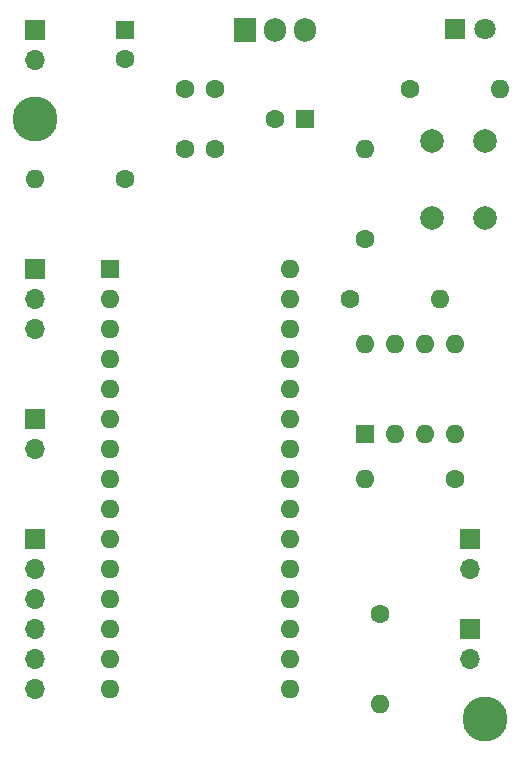
<source format=gts>
%TF.GenerationSoftware,KiCad,Pcbnew,(6.0.9)*%
%TF.CreationDate,2023-06-14T19:11:52+02:00*%
%TF.ProjectId,Shield_NanoEvery_Onboard,53686965-6c64-45f4-9e61-6e6f45766572,rev?*%
%TF.SameCoordinates,Original*%
%TF.FileFunction,Soldermask,Top*%
%TF.FilePolarity,Negative*%
%FSLAX46Y46*%
G04 Gerber Fmt 4.6, Leading zero omitted, Abs format (unit mm)*
G04 Created by KiCad (PCBNEW (6.0.9)) date 2023-06-14 19:11:52*
%MOMM*%
%LPD*%
G01*
G04 APERTURE LIST*
%ADD10R,1.600000X1.600000*%
%ADD11C,1.600000*%
%ADD12R,1.700000X1.700000*%
%ADD13O,1.700000X1.700000*%
%ADD14O,1.600000X1.600000*%
%ADD15C,2.000000*%
%ADD16C,3.800000*%
%ADD17R,1.905000X2.000000*%
%ADD18O,1.905000X2.000000*%
%ADD19R,1.800000X1.800000*%
%ADD20C,1.800000*%
G04 APERTURE END LIST*
D10*
%TO.C,C1*%
X95230000Y-66070000D03*
D11*
X95230000Y-68570000D03*
%TD*%
D12*
%TO.C,J6*%
X124460000Y-109220000D03*
D13*
X124460000Y-111760000D03*
%TD*%
D11*
%TO.C,C4*%
X100310000Y-71120000D03*
X100310000Y-76120000D03*
%TD*%
%TO.C,R3*%
X116840000Y-115570000D03*
D14*
X116840000Y-123190000D03*
%TD*%
D15*
%TO.C,SW1*%
X125710000Y-75490000D03*
X125710000Y-81990000D03*
X121210000Y-75490000D03*
X121210000Y-81990000D03*
%TD*%
D16*
%TO.C,M2*%
X87610000Y-73660000D03*
%TD*%
D11*
%TO.C,R4*%
X123170000Y-104140000D03*
D14*
X115550000Y-104140000D03*
%TD*%
D17*
%TO.C,U1*%
X105390000Y-66070000D03*
D18*
X107930000Y-66070000D03*
X110470000Y-66070000D03*
%TD*%
D11*
%TO.C,R6*%
X95230000Y-78740000D03*
D14*
X87610000Y-78740000D03*
%TD*%
D11*
%TO.C,R2*%
X119360000Y-71120000D03*
D14*
X126980000Y-71120000D03*
%TD*%
D11*
%TO.C,C2*%
X102850000Y-71120000D03*
X102850000Y-76120000D03*
%TD*%
D12*
%TO.C,J3*%
X87610000Y-99060000D03*
D13*
X87610000Y-101600000D03*
%TD*%
D10*
%TO.C,C3*%
X110470000Y-73660000D03*
D11*
X107970000Y-73660000D03*
%TD*%
%TO.C,R1*%
X115550000Y-83820000D03*
D14*
X115550000Y-76200000D03*
%TD*%
D12*
%TO.C,J4*%
X87610000Y-109220000D03*
D13*
X87610000Y-111760000D03*
X87610000Y-114300000D03*
X87610000Y-116840000D03*
X87610000Y-119380000D03*
X87610000Y-121920000D03*
%TD*%
D10*
%TO.C,U2*%
X115580000Y-100320000D03*
D14*
X118120000Y-100320000D03*
X120660000Y-100320000D03*
X123200000Y-100320000D03*
X123200000Y-92700000D03*
X120660000Y-92700000D03*
X118120000Y-92700000D03*
X115580000Y-92700000D03*
%TD*%
D10*
%TO.C,A1*%
X93980000Y-86360000D03*
D14*
X93980000Y-88900000D03*
X93980000Y-91440000D03*
X93980000Y-93980000D03*
X93980000Y-96520000D03*
X93980000Y-99060000D03*
X93980000Y-101600000D03*
X93980000Y-104140000D03*
X93980000Y-106680000D03*
X93980000Y-109220000D03*
X93980000Y-111760000D03*
X93980000Y-114300000D03*
X93980000Y-116840000D03*
X93980000Y-119380000D03*
X93980000Y-121920000D03*
X109220000Y-121920000D03*
X109220000Y-119380000D03*
X109220000Y-116840000D03*
X109220000Y-114300000D03*
X109220000Y-111760000D03*
X109220000Y-109220000D03*
X109220000Y-106680000D03*
X109220000Y-104140000D03*
X109220000Y-101600000D03*
X109220000Y-99060000D03*
X109220000Y-96520000D03*
X109220000Y-93980000D03*
X109220000Y-91440000D03*
X109220000Y-88900000D03*
X109220000Y-86360000D03*
%TD*%
D16*
%TO.C,M2*%
X125710000Y-124460000D03*
%TD*%
D12*
%TO.C,J2*%
X87610000Y-86360000D03*
D13*
X87610000Y-88900000D03*
X87610000Y-91440000D03*
%TD*%
D12*
%TO.C,J1*%
X87610000Y-66070000D03*
D13*
X87610000Y-68610000D03*
%TD*%
D12*
%TO.C,J5*%
X124460000Y-116840000D03*
D13*
X124460000Y-119380000D03*
%TD*%
D11*
%TO.C,R5*%
X114300000Y-88900000D03*
D14*
X121920000Y-88900000D03*
%TD*%
D19*
%TO.C,D1*%
X123170000Y-66040000D03*
D20*
X125710000Y-66040000D03*
%TD*%
M02*

</source>
